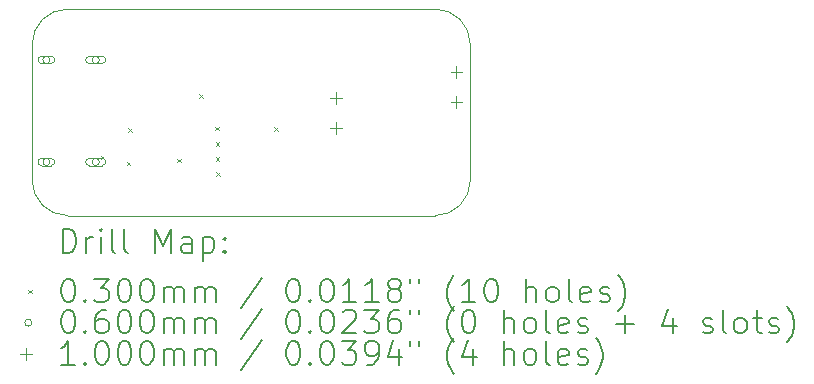
<source format=gbr>
%TF.GenerationSoftware,KiCad,Pcbnew,8.0.4*%
%TF.CreationDate,2024-08-19T19:21:15-07:00*%
%TF.ProjectId,LED flashlight,4c454420-666c-4617-9368-6c696768742e,rev?*%
%TF.SameCoordinates,Original*%
%TF.FileFunction,Drillmap*%
%TF.FilePolarity,Positive*%
%FSLAX45Y45*%
G04 Gerber Fmt 4.5, Leading zero omitted, Abs format (unit mm)*
G04 Created by KiCad (PCBNEW 8.0.4) date 2024-08-19 19:21:15*
%MOMM*%
%LPD*%
G01*
G04 APERTURE LIST*
%ADD10C,0.050000*%
%ADD11C,0.200000*%
%ADD12C,0.100000*%
G04 APERTURE END LIST*
D10*
X12378000Y-9740000D02*
X12378000Y-8591000D01*
X15789000Y-8291000D02*
G75*
G02*
X16089000Y-8591000I0J-300000D01*
G01*
X12678000Y-8291000D02*
X15789000Y-8291000D01*
X12678000Y-10040000D02*
G75*
G02*
X12378000Y-9740000I0J300000D01*
G01*
X12378000Y-8591000D02*
G75*
G02*
X12678000Y-8291000I300000J0D01*
G01*
X16089000Y-9740000D02*
G75*
G02*
X15789000Y-10040000I-300000J0D01*
G01*
X15789000Y-10040000D02*
X12678000Y-10040000D01*
X16089000Y-8591000D02*
X16089000Y-9740000D01*
D11*
D12*
X12957500Y-9532000D02*
X12987500Y-9562000D01*
X12987500Y-9532000D02*
X12957500Y-9562000D01*
X13179750Y-9584000D02*
X13209750Y-9614000D01*
X13209750Y-9584000D02*
X13179750Y-9614000D01*
X13193500Y-9300000D02*
X13223500Y-9330000D01*
X13223500Y-9300000D02*
X13193500Y-9330000D01*
X13607000Y-9558000D02*
X13637000Y-9588000D01*
X13637000Y-9558000D02*
X13607000Y-9588000D01*
X13793000Y-9013000D02*
X13823000Y-9043000D01*
X13823000Y-9013000D02*
X13793000Y-9043000D01*
X13928000Y-9288000D02*
X13958000Y-9318000D01*
X13958000Y-9288000D02*
X13928000Y-9318000D01*
X13931000Y-9420000D02*
X13961000Y-9450000D01*
X13961000Y-9420000D02*
X13931000Y-9450000D01*
X13931000Y-9547000D02*
X13961000Y-9577000D01*
X13961000Y-9547000D02*
X13931000Y-9577000D01*
X13937000Y-9671000D02*
X13967000Y-9701000D01*
X13967000Y-9671000D02*
X13937000Y-9701000D01*
X14426000Y-9293000D02*
X14456000Y-9323000D01*
X14456000Y-9293000D02*
X14426000Y-9323000D01*
X12528722Y-8721901D02*
G75*
G02*
X12468722Y-8721901I-30000J0D01*
G01*
X12468722Y-8721901D02*
G75*
G02*
X12528722Y-8721901I30000J0D01*
G01*
X12538722Y-8691901D02*
X12458722Y-8691901D01*
X12458722Y-8751901D02*
G75*
G02*
X12458722Y-8691901I0J30000D01*
G01*
X12458722Y-8751901D02*
X12538722Y-8751901D01*
X12538722Y-8751901D02*
G75*
G03*
X12538722Y-8691901I0J30000D01*
G01*
X12528722Y-9585901D02*
G75*
G02*
X12468722Y-9585901I-30000J0D01*
G01*
X12468722Y-9585901D02*
G75*
G02*
X12528722Y-9585901I30000J0D01*
G01*
X12538722Y-9555901D02*
X12458722Y-9555901D01*
X12458722Y-9615901D02*
G75*
G02*
X12458722Y-9555901I0J30000D01*
G01*
X12458722Y-9615901D02*
X12538722Y-9615901D01*
X12538722Y-9615901D02*
G75*
G03*
X12538722Y-9555901I0J30000D01*
G01*
X12946722Y-8721901D02*
G75*
G02*
X12886722Y-8721901I-30000J0D01*
G01*
X12886722Y-8721901D02*
G75*
G02*
X12946722Y-8721901I30000J0D01*
G01*
X12971722Y-8691901D02*
X12861722Y-8691901D01*
X12861722Y-8751901D02*
G75*
G02*
X12861722Y-8691901I0J30000D01*
G01*
X12861722Y-8751901D02*
X12971722Y-8751901D01*
X12971722Y-8751901D02*
G75*
G03*
X12971722Y-8691901I0J30000D01*
G01*
X12946722Y-9585901D02*
G75*
G02*
X12886722Y-9585901I-30000J0D01*
G01*
X12886722Y-9585901D02*
G75*
G02*
X12946722Y-9585901I30000J0D01*
G01*
X12971722Y-9555901D02*
X12861722Y-9555901D01*
X12861722Y-9615901D02*
G75*
G02*
X12861722Y-9555901I0J30000D01*
G01*
X12861722Y-9615901D02*
X12971722Y-9615901D01*
X12971722Y-9615901D02*
G75*
G03*
X12971722Y-9555901I0J30000D01*
G01*
X14952000Y-8992500D02*
X14952000Y-9092500D01*
X14902000Y-9042500D02*
X15002000Y-9042500D01*
X14952000Y-9246500D02*
X14952000Y-9346500D01*
X14902000Y-9296500D02*
X15002000Y-9296500D01*
X15970661Y-8776271D02*
X15970661Y-8876271D01*
X15920661Y-8826271D02*
X16020661Y-8826271D01*
X15970661Y-9030271D02*
X15970661Y-9130271D01*
X15920661Y-9080271D02*
X16020661Y-9080271D01*
D11*
X12636277Y-10353984D02*
X12636277Y-10153984D01*
X12636277Y-10153984D02*
X12683896Y-10153984D01*
X12683896Y-10153984D02*
X12712467Y-10163508D01*
X12712467Y-10163508D02*
X12731515Y-10182555D01*
X12731515Y-10182555D02*
X12741039Y-10201603D01*
X12741039Y-10201603D02*
X12750562Y-10239698D01*
X12750562Y-10239698D02*
X12750562Y-10268270D01*
X12750562Y-10268270D02*
X12741039Y-10306365D01*
X12741039Y-10306365D02*
X12731515Y-10325412D01*
X12731515Y-10325412D02*
X12712467Y-10344460D01*
X12712467Y-10344460D02*
X12683896Y-10353984D01*
X12683896Y-10353984D02*
X12636277Y-10353984D01*
X12836277Y-10353984D02*
X12836277Y-10220650D01*
X12836277Y-10258746D02*
X12845801Y-10239698D01*
X12845801Y-10239698D02*
X12855324Y-10230174D01*
X12855324Y-10230174D02*
X12874372Y-10220650D01*
X12874372Y-10220650D02*
X12893420Y-10220650D01*
X12960086Y-10353984D02*
X12960086Y-10220650D01*
X12960086Y-10153984D02*
X12950562Y-10163508D01*
X12950562Y-10163508D02*
X12960086Y-10173031D01*
X12960086Y-10173031D02*
X12969610Y-10163508D01*
X12969610Y-10163508D02*
X12960086Y-10153984D01*
X12960086Y-10153984D02*
X12960086Y-10173031D01*
X13083896Y-10353984D02*
X13064848Y-10344460D01*
X13064848Y-10344460D02*
X13055324Y-10325412D01*
X13055324Y-10325412D02*
X13055324Y-10153984D01*
X13188658Y-10353984D02*
X13169610Y-10344460D01*
X13169610Y-10344460D02*
X13160086Y-10325412D01*
X13160086Y-10325412D02*
X13160086Y-10153984D01*
X13417229Y-10353984D02*
X13417229Y-10153984D01*
X13417229Y-10153984D02*
X13483896Y-10296841D01*
X13483896Y-10296841D02*
X13550562Y-10153984D01*
X13550562Y-10153984D02*
X13550562Y-10353984D01*
X13731515Y-10353984D02*
X13731515Y-10249222D01*
X13731515Y-10249222D02*
X13721991Y-10230174D01*
X13721991Y-10230174D02*
X13702943Y-10220650D01*
X13702943Y-10220650D02*
X13664848Y-10220650D01*
X13664848Y-10220650D02*
X13645801Y-10230174D01*
X13731515Y-10344460D02*
X13712467Y-10353984D01*
X13712467Y-10353984D02*
X13664848Y-10353984D01*
X13664848Y-10353984D02*
X13645801Y-10344460D01*
X13645801Y-10344460D02*
X13636277Y-10325412D01*
X13636277Y-10325412D02*
X13636277Y-10306365D01*
X13636277Y-10306365D02*
X13645801Y-10287317D01*
X13645801Y-10287317D02*
X13664848Y-10277793D01*
X13664848Y-10277793D02*
X13712467Y-10277793D01*
X13712467Y-10277793D02*
X13731515Y-10268270D01*
X13826753Y-10220650D02*
X13826753Y-10420650D01*
X13826753Y-10230174D02*
X13845801Y-10220650D01*
X13845801Y-10220650D02*
X13883896Y-10220650D01*
X13883896Y-10220650D02*
X13902943Y-10230174D01*
X13902943Y-10230174D02*
X13912467Y-10239698D01*
X13912467Y-10239698D02*
X13921991Y-10258746D01*
X13921991Y-10258746D02*
X13921991Y-10315889D01*
X13921991Y-10315889D02*
X13912467Y-10334936D01*
X13912467Y-10334936D02*
X13902943Y-10344460D01*
X13902943Y-10344460D02*
X13883896Y-10353984D01*
X13883896Y-10353984D02*
X13845801Y-10353984D01*
X13845801Y-10353984D02*
X13826753Y-10344460D01*
X14007705Y-10334936D02*
X14017229Y-10344460D01*
X14017229Y-10344460D02*
X14007705Y-10353984D01*
X14007705Y-10353984D02*
X13998182Y-10344460D01*
X13998182Y-10344460D02*
X14007705Y-10334936D01*
X14007705Y-10334936D02*
X14007705Y-10353984D01*
X14007705Y-10230174D02*
X14017229Y-10239698D01*
X14017229Y-10239698D02*
X14007705Y-10249222D01*
X14007705Y-10249222D02*
X13998182Y-10239698D01*
X13998182Y-10239698D02*
X14007705Y-10230174D01*
X14007705Y-10230174D02*
X14007705Y-10249222D01*
D12*
X12345500Y-10667500D02*
X12375500Y-10697500D01*
X12375500Y-10667500D02*
X12345500Y-10697500D01*
D11*
X12674372Y-10573984D02*
X12693420Y-10573984D01*
X12693420Y-10573984D02*
X12712467Y-10583508D01*
X12712467Y-10583508D02*
X12721991Y-10593031D01*
X12721991Y-10593031D02*
X12731515Y-10612079D01*
X12731515Y-10612079D02*
X12741039Y-10650174D01*
X12741039Y-10650174D02*
X12741039Y-10697793D01*
X12741039Y-10697793D02*
X12731515Y-10735889D01*
X12731515Y-10735889D02*
X12721991Y-10754936D01*
X12721991Y-10754936D02*
X12712467Y-10764460D01*
X12712467Y-10764460D02*
X12693420Y-10773984D01*
X12693420Y-10773984D02*
X12674372Y-10773984D01*
X12674372Y-10773984D02*
X12655324Y-10764460D01*
X12655324Y-10764460D02*
X12645801Y-10754936D01*
X12645801Y-10754936D02*
X12636277Y-10735889D01*
X12636277Y-10735889D02*
X12626753Y-10697793D01*
X12626753Y-10697793D02*
X12626753Y-10650174D01*
X12626753Y-10650174D02*
X12636277Y-10612079D01*
X12636277Y-10612079D02*
X12645801Y-10593031D01*
X12645801Y-10593031D02*
X12655324Y-10583508D01*
X12655324Y-10583508D02*
X12674372Y-10573984D01*
X12826753Y-10754936D02*
X12836277Y-10764460D01*
X12836277Y-10764460D02*
X12826753Y-10773984D01*
X12826753Y-10773984D02*
X12817229Y-10764460D01*
X12817229Y-10764460D02*
X12826753Y-10754936D01*
X12826753Y-10754936D02*
X12826753Y-10773984D01*
X12902943Y-10573984D02*
X13026753Y-10573984D01*
X13026753Y-10573984D02*
X12960086Y-10650174D01*
X12960086Y-10650174D02*
X12988658Y-10650174D01*
X12988658Y-10650174D02*
X13007705Y-10659698D01*
X13007705Y-10659698D02*
X13017229Y-10669222D01*
X13017229Y-10669222D02*
X13026753Y-10688270D01*
X13026753Y-10688270D02*
X13026753Y-10735889D01*
X13026753Y-10735889D02*
X13017229Y-10754936D01*
X13017229Y-10754936D02*
X13007705Y-10764460D01*
X13007705Y-10764460D02*
X12988658Y-10773984D01*
X12988658Y-10773984D02*
X12931515Y-10773984D01*
X12931515Y-10773984D02*
X12912467Y-10764460D01*
X12912467Y-10764460D02*
X12902943Y-10754936D01*
X13150562Y-10573984D02*
X13169610Y-10573984D01*
X13169610Y-10573984D02*
X13188658Y-10583508D01*
X13188658Y-10583508D02*
X13198182Y-10593031D01*
X13198182Y-10593031D02*
X13207705Y-10612079D01*
X13207705Y-10612079D02*
X13217229Y-10650174D01*
X13217229Y-10650174D02*
X13217229Y-10697793D01*
X13217229Y-10697793D02*
X13207705Y-10735889D01*
X13207705Y-10735889D02*
X13198182Y-10754936D01*
X13198182Y-10754936D02*
X13188658Y-10764460D01*
X13188658Y-10764460D02*
X13169610Y-10773984D01*
X13169610Y-10773984D02*
X13150562Y-10773984D01*
X13150562Y-10773984D02*
X13131515Y-10764460D01*
X13131515Y-10764460D02*
X13121991Y-10754936D01*
X13121991Y-10754936D02*
X13112467Y-10735889D01*
X13112467Y-10735889D02*
X13102943Y-10697793D01*
X13102943Y-10697793D02*
X13102943Y-10650174D01*
X13102943Y-10650174D02*
X13112467Y-10612079D01*
X13112467Y-10612079D02*
X13121991Y-10593031D01*
X13121991Y-10593031D02*
X13131515Y-10583508D01*
X13131515Y-10583508D02*
X13150562Y-10573984D01*
X13341039Y-10573984D02*
X13360086Y-10573984D01*
X13360086Y-10573984D02*
X13379134Y-10583508D01*
X13379134Y-10583508D02*
X13388658Y-10593031D01*
X13388658Y-10593031D02*
X13398182Y-10612079D01*
X13398182Y-10612079D02*
X13407705Y-10650174D01*
X13407705Y-10650174D02*
X13407705Y-10697793D01*
X13407705Y-10697793D02*
X13398182Y-10735889D01*
X13398182Y-10735889D02*
X13388658Y-10754936D01*
X13388658Y-10754936D02*
X13379134Y-10764460D01*
X13379134Y-10764460D02*
X13360086Y-10773984D01*
X13360086Y-10773984D02*
X13341039Y-10773984D01*
X13341039Y-10773984D02*
X13321991Y-10764460D01*
X13321991Y-10764460D02*
X13312467Y-10754936D01*
X13312467Y-10754936D02*
X13302943Y-10735889D01*
X13302943Y-10735889D02*
X13293420Y-10697793D01*
X13293420Y-10697793D02*
X13293420Y-10650174D01*
X13293420Y-10650174D02*
X13302943Y-10612079D01*
X13302943Y-10612079D02*
X13312467Y-10593031D01*
X13312467Y-10593031D02*
X13321991Y-10583508D01*
X13321991Y-10583508D02*
X13341039Y-10573984D01*
X13493420Y-10773984D02*
X13493420Y-10640650D01*
X13493420Y-10659698D02*
X13502943Y-10650174D01*
X13502943Y-10650174D02*
X13521991Y-10640650D01*
X13521991Y-10640650D02*
X13550563Y-10640650D01*
X13550563Y-10640650D02*
X13569610Y-10650174D01*
X13569610Y-10650174D02*
X13579134Y-10669222D01*
X13579134Y-10669222D02*
X13579134Y-10773984D01*
X13579134Y-10669222D02*
X13588658Y-10650174D01*
X13588658Y-10650174D02*
X13607705Y-10640650D01*
X13607705Y-10640650D02*
X13636277Y-10640650D01*
X13636277Y-10640650D02*
X13655324Y-10650174D01*
X13655324Y-10650174D02*
X13664848Y-10669222D01*
X13664848Y-10669222D02*
X13664848Y-10773984D01*
X13760086Y-10773984D02*
X13760086Y-10640650D01*
X13760086Y-10659698D02*
X13769610Y-10650174D01*
X13769610Y-10650174D02*
X13788658Y-10640650D01*
X13788658Y-10640650D02*
X13817229Y-10640650D01*
X13817229Y-10640650D02*
X13836277Y-10650174D01*
X13836277Y-10650174D02*
X13845801Y-10669222D01*
X13845801Y-10669222D02*
X13845801Y-10773984D01*
X13845801Y-10669222D02*
X13855324Y-10650174D01*
X13855324Y-10650174D02*
X13874372Y-10640650D01*
X13874372Y-10640650D02*
X13902943Y-10640650D01*
X13902943Y-10640650D02*
X13921991Y-10650174D01*
X13921991Y-10650174D02*
X13931515Y-10669222D01*
X13931515Y-10669222D02*
X13931515Y-10773984D01*
X14321991Y-10564460D02*
X14150563Y-10821603D01*
X14579134Y-10573984D02*
X14598182Y-10573984D01*
X14598182Y-10573984D02*
X14617229Y-10583508D01*
X14617229Y-10583508D02*
X14626753Y-10593031D01*
X14626753Y-10593031D02*
X14636277Y-10612079D01*
X14636277Y-10612079D02*
X14645801Y-10650174D01*
X14645801Y-10650174D02*
X14645801Y-10697793D01*
X14645801Y-10697793D02*
X14636277Y-10735889D01*
X14636277Y-10735889D02*
X14626753Y-10754936D01*
X14626753Y-10754936D02*
X14617229Y-10764460D01*
X14617229Y-10764460D02*
X14598182Y-10773984D01*
X14598182Y-10773984D02*
X14579134Y-10773984D01*
X14579134Y-10773984D02*
X14560086Y-10764460D01*
X14560086Y-10764460D02*
X14550563Y-10754936D01*
X14550563Y-10754936D02*
X14541039Y-10735889D01*
X14541039Y-10735889D02*
X14531515Y-10697793D01*
X14531515Y-10697793D02*
X14531515Y-10650174D01*
X14531515Y-10650174D02*
X14541039Y-10612079D01*
X14541039Y-10612079D02*
X14550563Y-10593031D01*
X14550563Y-10593031D02*
X14560086Y-10583508D01*
X14560086Y-10583508D02*
X14579134Y-10573984D01*
X14731515Y-10754936D02*
X14741039Y-10764460D01*
X14741039Y-10764460D02*
X14731515Y-10773984D01*
X14731515Y-10773984D02*
X14721991Y-10764460D01*
X14721991Y-10764460D02*
X14731515Y-10754936D01*
X14731515Y-10754936D02*
X14731515Y-10773984D01*
X14864848Y-10573984D02*
X14883896Y-10573984D01*
X14883896Y-10573984D02*
X14902944Y-10583508D01*
X14902944Y-10583508D02*
X14912467Y-10593031D01*
X14912467Y-10593031D02*
X14921991Y-10612079D01*
X14921991Y-10612079D02*
X14931515Y-10650174D01*
X14931515Y-10650174D02*
X14931515Y-10697793D01*
X14931515Y-10697793D02*
X14921991Y-10735889D01*
X14921991Y-10735889D02*
X14912467Y-10754936D01*
X14912467Y-10754936D02*
X14902944Y-10764460D01*
X14902944Y-10764460D02*
X14883896Y-10773984D01*
X14883896Y-10773984D02*
X14864848Y-10773984D01*
X14864848Y-10773984D02*
X14845801Y-10764460D01*
X14845801Y-10764460D02*
X14836277Y-10754936D01*
X14836277Y-10754936D02*
X14826753Y-10735889D01*
X14826753Y-10735889D02*
X14817229Y-10697793D01*
X14817229Y-10697793D02*
X14817229Y-10650174D01*
X14817229Y-10650174D02*
X14826753Y-10612079D01*
X14826753Y-10612079D02*
X14836277Y-10593031D01*
X14836277Y-10593031D02*
X14845801Y-10583508D01*
X14845801Y-10583508D02*
X14864848Y-10573984D01*
X15121991Y-10773984D02*
X15007706Y-10773984D01*
X15064848Y-10773984D02*
X15064848Y-10573984D01*
X15064848Y-10573984D02*
X15045801Y-10602555D01*
X15045801Y-10602555D02*
X15026753Y-10621603D01*
X15026753Y-10621603D02*
X15007706Y-10631127D01*
X15312467Y-10773984D02*
X15198182Y-10773984D01*
X15255325Y-10773984D02*
X15255325Y-10573984D01*
X15255325Y-10573984D02*
X15236277Y-10602555D01*
X15236277Y-10602555D02*
X15217229Y-10621603D01*
X15217229Y-10621603D02*
X15198182Y-10631127D01*
X15426753Y-10659698D02*
X15407706Y-10650174D01*
X15407706Y-10650174D02*
X15398182Y-10640650D01*
X15398182Y-10640650D02*
X15388658Y-10621603D01*
X15388658Y-10621603D02*
X15388658Y-10612079D01*
X15388658Y-10612079D02*
X15398182Y-10593031D01*
X15398182Y-10593031D02*
X15407706Y-10583508D01*
X15407706Y-10583508D02*
X15426753Y-10573984D01*
X15426753Y-10573984D02*
X15464848Y-10573984D01*
X15464848Y-10573984D02*
X15483896Y-10583508D01*
X15483896Y-10583508D02*
X15493420Y-10593031D01*
X15493420Y-10593031D02*
X15502944Y-10612079D01*
X15502944Y-10612079D02*
X15502944Y-10621603D01*
X15502944Y-10621603D02*
X15493420Y-10640650D01*
X15493420Y-10640650D02*
X15483896Y-10650174D01*
X15483896Y-10650174D02*
X15464848Y-10659698D01*
X15464848Y-10659698D02*
X15426753Y-10659698D01*
X15426753Y-10659698D02*
X15407706Y-10669222D01*
X15407706Y-10669222D02*
X15398182Y-10678746D01*
X15398182Y-10678746D02*
X15388658Y-10697793D01*
X15388658Y-10697793D02*
X15388658Y-10735889D01*
X15388658Y-10735889D02*
X15398182Y-10754936D01*
X15398182Y-10754936D02*
X15407706Y-10764460D01*
X15407706Y-10764460D02*
X15426753Y-10773984D01*
X15426753Y-10773984D02*
X15464848Y-10773984D01*
X15464848Y-10773984D02*
X15483896Y-10764460D01*
X15483896Y-10764460D02*
X15493420Y-10754936D01*
X15493420Y-10754936D02*
X15502944Y-10735889D01*
X15502944Y-10735889D02*
X15502944Y-10697793D01*
X15502944Y-10697793D02*
X15493420Y-10678746D01*
X15493420Y-10678746D02*
X15483896Y-10669222D01*
X15483896Y-10669222D02*
X15464848Y-10659698D01*
X15579134Y-10573984D02*
X15579134Y-10612079D01*
X15655325Y-10573984D02*
X15655325Y-10612079D01*
X15950563Y-10850174D02*
X15941039Y-10840650D01*
X15941039Y-10840650D02*
X15921991Y-10812079D01*
X15921991Y-10812079D02*
X15912468Y-10793031D01*
X15912468Y-10793031D02*
X15902944Y-10764460D01*
X15902944Y-10764460D02*
X15893420Y-10716841D01*
X15893420Y-10716841D02*
X15893420Y-10678746D01*
X15893420Y-10678746D02*
X15902944Y-10631127D01*
X15902944Y-10631127D02*
X15912468Y-10602555D01*
X15912468Y-10602555D02*
X15921991Y-10583508D01*
X15921991Y-10583508D02*
X15941039Y-10554936D01*
X15941039Y-10554936D02*
X15950563Y-10545412D01*
X16131515Y-10773984D02*
X16017229Y-10773984D01*
X16074372Y-10773984D02*
X16074372Y-10573984D01*
X16074372Y-10573984D02*
X16055325Y-10602555D01*
X16055325Y-10602555D02*
X16036277Y-10621603D01*
X16036277Y-10621603D02*
X16017229Y-10631127D01*
X16255325Y-10573984D02*
X16274372Y-10573984D01*
X16274372Y-10573984D02*
X16293420Y-10583508D01*
X16293420Y-10583508D02*
X16302944Y-10593031D01*
X16302944Y-10593031D02*
X16312468Y-10612079D01*
X16312468Y-10612079D02*
X16321991Y-10650174D01*
X16321991Y-10650174D02*
X16321991Y-10697793D01*
X16321991Y-10697793D02*
X16312468Y-10735889D01*
X16312468Y-10735889D02*
X16302944Y-10754936D01*
X16302944Y-10754936D02*
X16293420Y-10764460D01*
X16293420Y-10764460D02*
X16274372Y-10773984D01*
X16274372Y-10773984D02*
X16255325Y-10773984D01*
X16255325Y-10773984D02*
X16236277Y-10764460D01*
X16236277Y-10764460D02*
X16226753Y-10754936D01*
X16226753Y-10754936D02*
X16217229Y-10735889D01*
X16217229Y-10735889D02*
X16207706Y-10697793D01*
X16207706Y-10697793D02*
X16207706Y-10650174D01*
X16207706Y-10650174D02*
X16217229Y-10612079D01*
X16217229Y-10612079D02*
X16226753Y-10593031D01*
X16226753Y-10593031D02*
X16236277Y-10583508D01*
X16236277Y-10583508D02*
X16255325Y-10573984D01*
X16560087Y-10773984D02*
X16560087Y-10573984D01*
X16645801Y-10773984D02*
X16645801Y-10669222D01*
X16645801Y-10669222D02*
X16636277Y-10650174D01*
X16636277Y-10650174D02*
X16617230Y-10640650D01*
X16617230Y-10640650D02*
X16588658Y-10640650D01*
X16588658Y-10640650D02*
X16569610Y-10650174D01*
X16569610Y-10650174D02*
X16560087Y-10659698D01*
X16769610Y-10773984D02*
X16750563Y-10764460D01*
X16750563Y-10764460D02*
X16741039Y-10754936D01*
X16741039Y-10754936D02*
X16731515Y-10735889D01*
X16731515Y-10735889D02*
X16731515Y-10678746D01*
X16731515Y-10678746D02*
X16741039Y-10659698D01*
X16741039Y-10659698D02*
X16750563Y-10650174D01*
X16750563Y-10650174D02*
X16769610Y-10640650D01*
X16769610Y-10640650D02*
X16798182Y-10640650D01*
X16798182Y-10640650D02*
X16817230Y-10650174D01*
X16817230Y-10650174D02*
X16826753Y-10659698D01*
X16826753Y-10659698D02*
X16836277Y-10678746D01*
X16836277Y-10678746D02*
X16836277Y-10735889D01*
X16836277Y-10735889D02*
X16826753Y-10754936D01*
X16826753Y-10754936D02*
X16817230Y-10764460D01*
X16817230Y-10764460D02*
X16798182Y-10773984D01*
X16798182Y-10773984D02*
X16769610Y-10773984D01*
X16950563Y-10773984D02*
X16931515Y-10764460D01*
X16931515Y-10764460D02*
X16921992Y-10745412D01*
X16921992Y-10745412D02*
X16921992Y-10573984D01*
X17102944Y-10764460D02*
X17083896Y-10773984D01*
X17083896Y-10773984D02*
X17045801Y-10773984D01*
X17045801Y-10773984D02*
X17026753Y-10764460D01*
X17026753Y-10764460D02*
X17017230Y-10745412D01*
X17017230Y-10745412D02*
X17017230Y-10669222D01*
X17017230Y-10669222D02*
X17026753Y-10650174D01*
X17026753Y-10650174D02*
X17045801Y-10640650D01*
X17045801Y-10640650D02*
X17083896Y-10640650D01*
X17083896Y-10640650D02*
X17102944Y-10650174D01*
X17102944Y-10650174D02*
X17112468Y-10669222D01*
X17112468Y-10669222D02*
X17112468Y-10688270D01*
X17112468Y-10688270D02*
X17017230Y-10707317D01*
X17188658Y-10764460D02*
X17207706Y-10773984D01*
X17207706Y-10773984D02*
X17245801Y-10773984D01*
X17245801Y-10773984D02*
X17264849Y-10764460D01*
X17264849Y-10764460D02*
X17274373Y-10745412D01*
X17274373Y-10745412D02*
X17274373Y-10735889D01*
X17274373Y-10735889D02*
X17264849Y-10716841D01*
X17264849Y-10716841D02*
X17245801Y-10707317D01*
X17245801Y-10707317D02*
X17217230Y-10707317D01*
X17217230Y-10707317D02*
X17198182Y-10697793D01*
X17198182Y-10697793D02*
X17188658Y-10678746D01*
X17188658Y-10678746D02*
X17188658Y-10669222D01*
X17188658Y-10669222D02*
X17198182Y-10650174D01*
X17198182Y-10650174D02*
X17217230Y-10640650D01*
X17217230Y-10640650D02*
X17245801Y-10640650D01*
X17245801Y-10640650D02*
X17264849Y-10650174D01*
X17341039Y-10850174D02*
X17350563Y-10840650D01*
X17350563Y-10840650D02*
X17369611Y-10812079D01*
X17369611Y-10812079D02*
X17379134Y-10793031D01*
X17379134Y-10793031D02*
X17388658Y-10764460D01*
X17388658Y-10764460D02*
X17398182Y-10716841D01*
X17398182Y-10716841D02*
X17398182Y-10678746D01*
X17398182Y-10678746D02*
X17388658Y-10631127D01*
X17388658Y-10631127D02*
X17379134Y-10602555D01*
X17379134Y-10602555D02*
X17369611Y-10583508D01*
X17369611Y-10583508D02*
X17350563Y-10554936D01*
X17350563Y-10554936D02*
X17341039Y-10545412D01*
D12*
X12375500Y-10946500D02*
G75*
G02*
X12315500Y-10946500I-30000J0D01*
G01*
X12315500Y-10946500D02*
G75*
G02*
X12375500Y-10946500I30000J0D01*
G01*
D11*
X12674372Y-10837984D02*
X12693420Y-10837984D01*
X12693420Y-10837984D02*
X12712467Y-10847508D01*
X12712467Y-10847508D02*
X12721991Y-10857031D01*
X12721991Y-10857031D02*
X12731515Y-10876079D01*
X12731515Y-10876079D02*
X12741039Y-10914174D01*
X12741039Y-10914174D02*
X12741039Y-10961793D01*
X12741039Y-10961793D02*
X12731515Y-10999889D01*
X12731515Y-10999889D02*
X12721991Y-11018936D01*
X12721991Y-11018936D02*
X12712467Y-11028460D01*
X12712467Y-11028460D02*
X12693420Y-11037984D01*
X12693420Y-11037984D02*
X12674372Y-11037984D01*
X12674372Y-11037984D02*
X12655324Y-11028460D01*
X12655324Y-11028460D02*
X12645801Y-11018936D01*
X12645801Y-11018936D02*
X12636277Y-10999889D01*
X12636277Y-10999889D02*
X12626753Y-10961793D01*
X12626753Y-10961793D02*
X12626753Y-10914174D01*
X12626753Y-10914174D02*
X12636277Y-10876079D01*
X12636277Y-10876079D02*
X12645801Y-10857031D01*
X12645801Y-10857031D02*
X12655324Y-10847508D01*
X12655324Y-10847508D02*
X12674372Y-10837984D01*
X12826753Y-11018936D02*
X12836277Y-11028460D01*
X12836277Y-11028460D02*
X12826753Y-11037984D01*
X12826753Y-11037984D02*
X12817229Y-11028460D01*
X12817229Y-11028460D02*
X12826753Y-11018936D01*
X12826753Y-11018936D02*
X12826753Y-11037984D01*
X13007705Y-10837984D02*
X12969610Y-10837984D01*
X12969610Y-10837984D02*
X12950562Y-10847508D01*
X12950562Y-10847508D02*
X12941039Y-10857031D01*
X12941039Y-10857031D02*
X12921991Y-10885603D01*
X12921991Y-10885603D02*
X12912467Y-10923698D01*
X12912467Y-10923698D02*
X12912467Y-10999889D01*
X12912467Y-10999889D02*
X12921991Y-11018936D01*
X12921991Y-11018936D02*
X12931515Y-11028460D01*
X12931515Y-11028460D02*
X12950562Y-11037984D01*
X12950562Y-11037984D02*
X12988658Y-11037984D01*
X12988658Y-11037984D02*
X13007705Y-11028460D01*
X13007705Y-11028460D02*
X13017229Y-11018936D01*
X13017229Y-11018936D02*
X13026753Y-10999889D01*
X13026753Y-10999889D02*
X13026753Y-10952270D01*
X13026753Y-10952270D02*
X13017229Y-10933222D01*
X13017229Y-10933222D02*
X13007705Y-10923698D01*
X13007705Y-10923698D02*
X12988658Y-10914174D01*
X12988658Y-10914174D02*
X12950562Y-10914174D01*
X12950562Y-10914174D02*
X12931515Y-10923698D01*
X12931515Y-10923698D02*
X12921991Y-10933222D01*
X12921991Y-10933222D02*
X12912467Y-10952270D01*
X13150562Y-10837984D02*
X13169610Y-10837984D01*
X13169610Y-10837984D02*
X13188658Y-10847508D01*
X13188658Y-10847508D02*
X13198182Y-10857031D01*
X13198182Y-10857031D02*
X13207705Y-10876079D01*
X13207705Y-10876079D02*
X13217229Y-10914174D01*
X13217229Y-10914174D02*
X13217229Y-10961793D01*
X13217229Y-10961793D02*
X13207705Y-10999889D01*
X13207705Y-10999889D02*
X13198182Y-11018936D01*
X13198182Y-11018936D02*
X13188658Y-11028460D01*
X13188658Y-11028460D02*
X13169610Y-11037984D01*
X13169610Y-11037984D02*
X13150562Y-11037984D01*
X13150562Y-11037984D02*
X13131515Y-11028460D01*
X13131515Y-11028460D02*
X13121991Y-11018936D01*
X13121991Y-11018936D02*
X13112467Y-10999889D01*
X13112467Y-10999889D02*
X13102943Y-10961793D01*
X13102943Y-10961793D02*
X13102943Y-10914174D01*
X13102943Y-10914174D02*
X13112467Y-10876079D01*
X13112467Y-10876079D02*
X13121991Y-10857031D01*
X13121991Y-10857031D02*
X13131515Y-10847508D01*
X13131515Y-10847508D02*
X13150562Y-10837984D01*
X13341039Y-10837984D02*
X13360086Y-10837984D01*
X13360086Y-10837984D02*
X13379134Y-10847508D01*
X13379134Y-10847508D02*
X13388658Y-10857031D01*
X13388658Y-10857031D02*
X13398182Y-10876079D01*
X13398182Y-10876079D02*
X13407705Y-10914174D01*
X13407705Y-10914174D02*
X13407705Y-10961793D01*
X13407705Y-10961793D02*
X13398182Y-10999889D01*
X13398182Y-10999889D02*
X13388658Y-11018936D01*
X13388658Y-11018936D02*
X13379134Y-11028460D01*
X13379134Y-11028460D02*
X13360086Y-11037984D01*
X13360086Y-11037984D02*
X13341039Y-11037984D01*
X13341039Y-11037984D02*
X13321991Y-11028460D01*
X13321991Y-11028460D02*
X13312467Y-11018936D01*
X13312467Y-11018936D02*
X13302943Y-10999889D01*
X13302943Y-10999889D02*
X13293420Y-10961793D01*
X13293420Y-10961793D02*
X13293420Y-10914174D01*
X13293420Y-10914174D02*
X13302943Y-10876079D01*
X13302943Y-10876079D02*
X13312467Y-10857031D01*
X13312467Y-10857031D02*
X13321991Y-10847508D01*
X13321991Y-10847508D02*
X13341039Y-10837984D01*
X13493420Y-11037984D02*
X13493420Y-10904650D01*
X13493420Y-10923698D02*
X13502943Y-10914174D01*
X13502943Y-10914174D02*
X13521991Y-10904650D01*
X13521991Y-10904650D02*
X13550563Y-10904650D01*
X13550563Y-10904650D02*
X13569610Y-10914174D01*
X13569610Y-10914174D02*
X13579134Y-10933222D01*
X13579134Y-10933222D02*
X13579134Y-11037984D01*
X13579134Y-10933222D02*
X13588658Y-10914174D01*
X13588658Y-10914174D02*
X13607705Y-10904650D01*
X13607705Y-10904650D02*
X13636277Y-10904650D01*
X13636277Y-10904650D02*
X13655324Y-10914174D01*
X13655324Y-10914174D02*
X13664848Y-10933222D01*
X13664848Y-10933222D02*
X13664848Y-11037984D01*
X13760086Y-11037984D02*
X13760086Y-10904650D01*
X13760086Y-10923698D02*
X13769610Y-10914174D01*
X13769610Y-10914174D02*
X13788658Y-10904650D01*
X13788658Y-10904650D02*
X13817229Y-10904650D01*
X13817229Y-10904650D02*
X13836277Y-10914174D01*
X13836277Y-10914174D02*
X13845801Y-10933222D01*
X13845801Y-10933222D02*
X13845801Y-11037984D01*
X13845801Y-10933222D02*
X13855324Y-10914174D01*
X13855324Y-10914174D02*
X13874372Y-10904650D01*
X13874372Y-10904650D02*
X13902943Y-10904650D01*
X13902943Y-10904650D02*
X13921991Y-10914174D01*
X13921991Y-10914174D02*
X13931515Y-10933222D01*
X13931515Y-10933222D02*
X13931515Y-11037984D01*
X14321991Y-10828460D02*
X14150563Y-11085603D01*
X14579134Y-10837984D02*
X14598182Y-10837984D01*
X14598182Y-10837984D02*
X14617229Y-10847508D01*
X14617229Y-10847508D02*
X14626753Y-10857031D01*
X14626753Y-10857031D02*
X14636277Y-10876079D01*
X14636277Y-10876079D02*
X14645801Y-10914174D01*
X14645801Y-10914174D02*
X14645801Y-10961793D01*
X14645801Y-10961793D02*
X14636277Y-10999889D01*
X14636277Y-10999889D02*
X14626753Y-11018936D01*
X14626753Y-11018936D02*
X14617229Y-11028460D01*
X14617229Y-11028460D02*
X14598182Y-11037984D01*
X14598182Y-11037984D02*
X14579134Y-11037984D01*
X14579134Y-11037984D02*
X14560086Y-11028460D01*
X14560086Y-11028460D02*
X14550563Y-11018936D01*
X14550563Y-11018936D02*
X14541039Y-10999889D01*
X14541039Y-10999889D02*
X14531515Y-10961793D01*
X14531515Y-10961793D02*
X14531515Y-10914174D01*
X14531515Y-10914174D02*
X14541039Y-10876079D01*
X14541039Y-10876079D02*
X14550563Y-10857031D01*
X14550563Y-10857031D02*
X14560086Y-10847508D01*
X14560086Y-10847508D02*
X14579134Y-10837984D01*
X14731515Y-11018936D02*
X14741039Y-11028460D01*
X14741039Y-11028460D02*
X14731515Y-11037984D01*
X14731515Y-11037984D02*
X14721991Y-11028460D01*
X14721991Y-11028460D02*
X14731515Y-11018936D01*
X14731515Y-11018936D02*
X14731515Y-11037984D01*
X14864848Y-10837984D02*
X14883896Y-10837984D01*
X14883896Y-10837984D02*
X14902944Y-10847508D01*
X14902944Y-10847508D02*
X14912467Y-10857031D01*
X14912467Y-10857031D02*
X14921991Y-10876079D01*
X14921991Y-10876079D02*
X14931515Y-10914174D01*
X14931515Y-10914174D02*
X14931515Y-10961793D01*
X14931515Y-10961793D02*
X14921991Y-10999889D01*
X14921991Y-10999889D02*
X14912467Y-11018936D01*
X14912467Y-11018936D02*
X14902944Y-11028460D01*
X14902944Y-11028460D02*
X14883896Y-11037984D01*
X14883896Y-11037984D02*
X14864848Y-11037984D01*
X14864848Y-11037984D02*
X14845801Y-11028460D01*
X14845801Y-11028460D02*
X14836277Y-11018936D01*
X14836277Y-11018936D02*
X14826753Y-10999889D01*
X14826753Y-10999889D02*
X14817229Y-10961793D01*
X14817229Y-10961793D02*
X14817229Y-10914174D01*
X14817229Y-10914174D02*
X14826753Y-10876079D01*
X14826753Y-10876079D02*
X14836277Y-10857031D01*
X14836277Y-10857031D02*
X14845801Y-10847508D01*
X14845801Y-10847508D02*
X14864848Y-10837984D01*
X15007706Y-10857031D02*
X15017229Y-10847508D01*
X15017229Y-10847508D02*
X15036277Y-10837984D01*
X15036277Y-10837984D02*
X15083896Y-10837984D01*
X15083896Y-10837984D02*
X15102944Y-10847508D01*
X15102944Y-10847508D02*
X15112467Y-10857031D01*
X15112467Y-10857031D02*
X15121991Y-10876079D01*
X15121991Y-10876079D02*
X15121991Y-10895127D01*
X15121991Y-10895127D02*
X15112467Y-10923698D01*
X15112467Y-10923698D02*
X14998182Y-11037984D01*
X14998182Y-11037984D02*
X15121991Y-11037984D01*
X15188658Y-10837984D02*
X15312467Y-10837984D01*
X15312467Y-10837984D02*
X15245801Y-10914174D01*
X15245801Y-10914174D02*
X15274372Y-10914174D01*
X15274372Y-10914174D02*
X15293420Y-10923698D01*
X15293420Y-10923698D02*
X15302944Y-10933222D01*
X15302944Y-10933222D02*
X15312467Y-10952270D01*
X15312467Y-10952270D02*
X15312467Y-10999889D01*
X15312467Y-10999889D02*
X15302944Y-11018936D01*
X15302944Y-11018936D02*
X15293420Y-11028460D01*
X15293420Y-11028460D02*
X15274372Y-11037984D01*
X15274372Y-11037984D02*
X15217229Y-11037984D01*
X15217229Y-11037984D02*
X15198182Y-11028460D01*
X15198182Y-11028460D02*
X15188658Y-11018936D01*
X15483896Y-10837984D02*
X15445801Y-10837984D01*
X15445801Y-10837984D02*
X15426753Y-10847508D01*
X15426753Y-10847508D02*
X15417229Y-10857031D01*
X15417229Y-10857031D02*
X15398182Y-10885603D01*
X15398182Y-10885603D02*
X15388658Y-10923698D01*
X15388658Y-10923698D02*
X15388658Y-10999889D01*
X15388658Y-10999889D02*
X15398182Y-11018936D01*
X15398182Y-11018936D02*
X15407706Y-11028460D01*
X15407706Y-11028460D02*
X15426753Y-11037984D01*
X15426753Y-11037984D02*
X15464848Y-11037984D01*
X15464848Y-11037984D02*
X15483896Y-11028460D01*
X15483896Y-11028460D02*
X15493420Y-11018936D01*
X15493420Y-11018936D02*
X15502944Y-10999889D01*
X15502944Y-10999889D02*
X15502944Y-10952270D01*
X15502944Y-10952270D02*
X15493420Y-10933222D01*
X15493420Y-10933222D02*
X15483896Y-10923698D01*
X15483896Y-10923698D02*
X15464848Y-10914174D01*
X15464848Y-10914174D02*
X15426753Y-10914174D01*
X15426753Y-10914174D02*
X15407706Y-10923698D01*
X15407706Y-10923698D02*
X15398182Y-10933222D01*
X15398182Y-10933222D02*
X15388658Y-10952270D01*
X15579134Y-10837984D02*
X15579134Y-10876079D01*
X15655325Y-10837984D02*
X15655325Y-10876079D01*
X15950563Y-11114174D02*
X15941039Y-11104650D01*
X15941039Y-11104650D02*
X15921991Y-11076079D01*
X15921991Y-11076079D02*
X15912468Y-11057031D01*
X15912468Y-11057031D02*
X15902944Y-11028460D01*
X15902944Y-11028460D02*
X15893420Y-10980841D01*
X15893420Y-10980841D02*
X15893420Y-10942746D01*
X15893420Y-10942746D02*
X15902944Y-10895127D01*
X15902944Y-10895127D02*
X15912468Y-10866555D01*
X15912468Y-10866555D02*
X15921991Y-10847508D01*
X15921991Y-10847508D02*
X15941039Y-10818936D01*
X15941039Y-10818936D02*
X15950563Y-10809412D01*
X16064848Y-10837984D02*
X16083896Y-10837984D01*
X16083896Y-10837984D02*
X16102944Y-10847508D01*
X16102944Y-10847508D02*
X16112468Y-10857031D01*
X16112468Y-10857031D02*
X16121991Y-10876079D01*
X16121991Y-10876079D02*
X16131515Y-10914174D01*
X16131515Y-10914174D02*
X16131515Y-10961793D01*
X16131515Y-10961793D02*
X16121991Y-10999889D01*
X16121991Y-10999889D02*
X16112468Y-11018936D01*
X16112468Y-11018936D02*
X16102944Y-11028460D01*
X16102944Y-11028460D02*
X16083896Y-11037984D01*
X16083896Y-11037984D02*
X16064848Y-11037984D01*
X16064848Y-11037984D02*
X16045801Y-11028460D01*
X16045801Y-11028460D02*
X16036277Y-11018936D01*
X16036277Y-11018936D02*
X16026753Y-10999889D01*
X16026753Y-10999889D02*
X16017229Y-10961793D01*
X16017229Y-10961793D02*
X16017229Y-10914174D01*
X16017229Y-10914174D02*
X16026753Y-10876079D01*
X16026753Y-10876079D02*
X16036277Y-10857031D01*
X16036277Y-10857031D02*
X16045801Y-10847508D01*
X16045801Y-10847508D02*
X16064848Y-10837984D01*
X16369610Y-11037984D02*
X16369610Y-10837984D01*
X16455325Y-11037984D02*
X16455325Y-10933222D01*
X16455325Y-10933222D02*
X16445801Y-10914174D01*
X16445801Y-10914174D02*
X16426753Y-10904650D01*
X16426753Y-10904650D02*
X16398182Y-10904650D01*
X16398182Y-10904650D02*
X16379134Y-10914174D01*
X16379134Y-10914174D02*
X16369610Y-10923698D01*
X16579134Y-11037984D02*
X16560087Y-11028460D01*
X16560087Y-11028460D02*
X16550563Y-11018936D01*
X16550563Y-11018936D02*
X16541039Y-10999889D01*
X16541039Y-10999889D02*
X16541039Y-10942746D01*
X16541039Y-10942746D02*
X16550563Y-10923698D01*
X16550563Y-10923698D02*
X16560087Y-10914174D01*
X16560087Y-10914174D02*
X16579134Y-10904650D01*
X16579134Y-10904650D02*
X16607706Y-10904650D01*
X16607706Y-10904650D02*
X16626753Y-10914174D01*
X16626753Y-10914174D02*
X16636277Y-10923698D01*
X16636277Y-10923698D02*
X16645801Y-10942746D01*
X16645801Y-10942746D02*
X16645801Y-10999889D01*
X16645801Y-10999889D02*
X16636277Y-11018936D01*
X16636277Y-11018936D02*
X16626753Y-11028460D01*
X16626753Y-11028460D02*
X16607706Y-11037984D01*
X16607706Y-11037984D02*
X16579134Y-11037984D01*
X16760087Y-11037984D02*
X16741039Y-11028460D01*
X16741039Y-11028460D02*
X16731515Y-11009412D01*
X16731515Y-11009412D02*
X16731515Y-10837984D01*
X16912468Y-11028460D02*
X16893420Y-11037984D01*
X16893420Y-11037984D02*
X16855325Y-11037984D01*
X16855325Y-11037984D02*
X16836277Y-11028460D01*
X16836277Y-11028460D02*
X16826753Y-11009412D01*
X16826753Y-11009412D02*
X16826753Y-10933222D01*
X16826753Y-10933222D02*
X16836277Y-10914174D01*
X16836277Y-10914174D02*
X16855325Y-10904650D01*
X16855325Y-10904650D02*
X16893420Y-10904650D01*
X16893420Y-10904650D02*
X16912468Y-10914174D01*
X16912468Y-10914174D02*
X16921992Y-10933222D01*
X16921992Y-10933222D02*
X16921992Y-10952270D01*
X16921992Y-10952270D02*
X16826753Y-10971317D01*
X16998182Y-11028460D02*
X17017230Y-11037984D01*
X17017230Y-11037984D02*
X17055325Y-11037984D01*
X17055325Y-11037984D02*
X17074373Y-11028460D01*
X17074373Y-11028460D02*
X17083896Y-11009412D01*
X17083896Y-11009412D02*
X17083896Y-10999889D01*
X17083896Y-10999889D02*
X17074373Y-10980841D01*
X17074373Y-10980841D02*
X17055325Y-10971317D01*
X17055325Y-10971317D02*
X17026753Y-10971317D01*
X17026753Y-10971317D02*
X17007706Y-10961793D01*
X17007706Y-10961793D02*
X16998182Y-10942746D01*
X16998182Y-10942746D02*
X16998182Y-10933222D01*
X16998182Y-10933222D02*
X17007706Y-10914174D01*
X17007706Y-10914174D02*
X17026753Y-10904650D01*
X17026753Y-10904650D02*
X17055325Y-10904650D01*
X17055325Y-10904650D02*
X17074373Y-10914174D01*
X17321992Y-10961793D02*
X17474373Y-10961793D01*
X17398182Y-11037984D02*
X17398182Y-10885603D01*
X17807706Y-10904650D02*
X17807706Y-11037984D01*
X17760087Y-10828460D02*
X17712468Y-10971317D01*
X17712468Y-10971317D02*
X17836277Y-10971317D01*
X18055325Y-11028460D02*
X18074373Y-11037984D01*
X18074373Y-11037984D02*
X18112468Y-11037984D01*
X18112468Y-11037984D02*
X18131516Y-11028460D01*
X18131516Y-11028460D02*
X18141039Y-11009412D01*
X18141039Y-11009412D02*
X18141039Y-10999889D01*
X18141039Y-10999889D02*
X18131516Y-10980841D01*
X18131516Y-10980841D02*
X18112468Y-10971317D01*
X18112468Y-10971317D02*
X18083896Y-10971317D01*
X18083896Y-10971317D02*
X18064849Y-10961793D01*
X18064849Y-10961793D02*
X18055325Y-10942746D01*
X18055325Y-10942746D02*
X18055325Y-10933222D01*
X18055325Y-10933222D02*
X18064849Y-10914174D01*
X18064849Y-10914174D02*
X18083896Y-10904650D01*
X18083896Y-10904650D02*
X18112468Y-10904650D01*
X18112468Y-10904650D02*
X18131516Y-10914174D01*
X18255325Y-11037984D02*
X18236277Y-11028460D01*
X18236277Y-11028460D02*
X18226754Y-11009412D01*
X18226754Y-11009412D02*
X18226754Y-10837984D01*
X18360087Y-11037984D02*
X18341039Y-11028460D01*
X18341039Y-11028460D02*
X18331516Y-11018936D01*
X18331516Y-11018936D02*
X18321992Y-10999889D01*
X18321992Y-10999889D02*
X18321992Y-10942746D01*
X18321992Y-10942746D02*
X18331516Y-10923698D01*
X18331516Y-10923698D02*
X18341039Y-10914174D01*
X18341039Y-10914174D02*
X18360087Y-10904650D01*
X18360087Y-10904650D02*
X18388658Y-10904650D01*
X18388658Y-10904650D02*
X18407706Y-10914174D01*
X18407706Y-10914174D02*
X18417230Y-10923698D01*
X18417230Y-10923698D02*
X18426754Y-10942746D01*
X18426754Y-10942746D02*
X18426754Y-10999889D01*
X18426754Y-10999889D02*
X18417230Y-11018936D01*
X18417230Y-11018936D02*
X18407706Y-11028460D01*
X18407706Y-11028460D02*
X18388658Y-11037984D01*
X18388658Y-11037984D02*
X18360087Y-11037984D01*
X18483897Y-10904650D02*
X18560087Y-10904650D01*
X18512468Y-10837984D02*
X18512468Y-11009412D01*
X18512468Y-11009412D02*
X18521992Y-11028460D01*
X18521992Y-11028460D02*
X18541039Y-11037984D01*
X18541039Y-11037984D02*
X18560087Y-11037984D01*
X18617230Y-11028460D02*
X18636277Y-11037984D01*
X18636277Y-11037984D02*
X18674373Y-11037984D01*
X18674373Y-11037984D02*
X18693420Y-11028460D01*
X18693420Y-11028460D02*
X18702944Y-11009412D01*
X18702944Y-11009412D02*
X18702944Y-10999889D01*
X18702944Y-10999889D02*
X18693420Y-10980841D01*
X18693420Y-10980841D02*
X18674373Y-10971317D01*
X18674373Y-10971317D02*
X18645801Y-10971317D01*
X18645801Y-10971317D02*
X18626754Y-10961793D01*
X18626754Y-10961793D02*
X18617230Y-10942746D01*
X18617230Y-10942746D02*
X18617230Y-10933222D01*
X18617230Y-10933222D02*
X18626754Y-10914174D01*
X18626754Y-10914174D02*
X18645801Y-10904650D01*
X18645801Y-10904650D02*
X18674373Y-10904650D01*
X18674373Y-10904650D02*
X18693420Y-10914174D01*
X18769611Y-11114174D02*
X18779135Y-11104650D01*
X18779135Y-11104650D02*
X18798182Y-11076079D01*
X18798182Y-11076079D02*
X18807706Y-11057031D01*
X18807706Y-11057031D02*
X18817230Y-11028460D01*
X18817230Y-11028460D02*
X18826754Y-10980841D01*
X18826754Y-10980841D02*
X18826754Y-10942746D01*
X18826754Y-10942746D02*
X18817230Y-10895127D01*
X18817230Y-10895127D02*
X18807706Y-10866555D01*
X18807706Y-10866555D02*
X18798182Y-10847508D01*
X18798182Y-10847508D02*
X18779135Y-10818936D01*
X18779135Y-10818936D02*
X18769611Y-10809412D01*
D12*
X12325500Y-11160500D02*
X12325500Y-11260500D01*
X12275500Y-11210500D02*
X12375500Y-11210500D01*
D11*
X12741039Y-11301984D02*
X12626753Y-11301984D01*
X12683896Y-11301984D02*
X12683896Y-11101984D01*
X12683896Y-11101984D02*
X12664848Y-11130555D01*
X12664848Y-11130555D02*
X12645801Y-11149603D01*
X12645801Y-11149603D02*
X12626753Y-11159127D01*
X12826753Y-11282936D02*
X12836277Y-11292460D01*
X12836277Y-11292460D02*
X12826753Y-11301984D01*
X12826753Y-11301984D02*
X12817229Y-11292460D01*
X12817229Y-11292460D02*
X12826753Y-11282936D01*
X12826753Y-11282936D02*
X12826753Y-11301984D01*
X12960086Y-11101984D02*
X12979134Y-11101984D01*
X12979134Y-11101984D02*
X12998182Y-11111508D01*
X12998182Y-11111508D02*
X13007705Y-11121031D01*
X13007705Y-11121031D02*
X13017229Y-11140079D01*
X13017229Y-11140079D02*
X13026753Y-11178174D01*
X13026753Y-11178174D02*
X13026753Y-11225793D01*
X13026753Y-11225793D02*
X13017229Y-11263888D01*
X13017229Y-11263888D02*
X13007705Y-11282936D01*
X13007705Y-11282936D02*
X12998182Y-11292460D01*
X12998182Y-11292460D02*
X12979134Y-11301984D01*
X12979134Y-11301984D02*
X12960086Y-11301984D01*
X12960086Y-11301984D02*
X12941039Y-11292460D01*
X12941039Y-11292460D02*
X12931515Y-11282936D01*
X12931515Y-11282936D02*
X12921991Y-11263888D01*
X12921991Y-11263888D02*
X12912467Y-11225793D01*
X12912467Y-11225793D02*
X12912467Y-11178174D01*
X12912467Y-11178174D02*
X12921991Y-11140079D01*
X12921991Y-11140079D02*
X12931515Y-11121031D01*
X12931515Y-11121031D02*
X12941039Y-11111508D01*
X12941039Y-11111508D02*
X12960086Y-11101984D01*
X13150562Y-11101984D02*
X13169610Y-11101984D01*
X13169610Y-11101984D02*
X13188658Y-11111508D01*
X13188658Y-11111508D02*
X13198182Y-11121031D01*
X13198182Y-11121031D02*
X13207705Y-11140079D01*
X13207705Y-11140079D02*
X13217229Y-11178174D01*
X13217229Y-11178174D02*
X13217229Y-11225793D01*
X13217229Y-11225793D02*
X13207705Y-11263888D01*
X13207705Y-11263888D02*
X13198182Y-11282936D01*
X13198182Y-11282936D02*
X13188658Y-11292460D01*
X13188658Y-11292460D02*
X13169610Y-11301984D01*
X13169610Y-11301984D02*
X13150562Y-11301984D01*
X13150562Y-11301984D02*
X13131515Y-11292460D01*
X13131515Y-11292460D02*
X13121991Y-11282936D01*
X13121991Y-11282936D02*
X13112467Y-11263888D01*
X13112467Y-11263888D02*
X13102943Y-11225793D01*
X13102943Y-11225793D02*
X13102943Y-11178174D01*
X13102943Y-11178174D02*
X13112467Y-11140079D01*
X13112467Y-11140079D02*
X13121991Y-11121031D01*
X13121991Y-11121031D02*
X13131515Y-11111508D01*
X13131515Y-11111508D02*
X13150562Y-11101984D01*
X13341039Y-11101984D02*
X13360086Y-11101984D01*
X13360086Y-11101984D02*
X13379134Y-11111508D01*
X13379134Y-11111508D02*
X13388658Y-11121031D01*
X13388658Y-11121031D02*
X13398182Y-11140079D01*
X13398182Y-11140079D02*
X13407705Y-11178174D01*
X13407705Y-11178174D02*
X13407705Y-11225793D01*
X13407705Y-11225793D02*
X13398182Y-11263888D01*
X13398182Y-11263888D02*
X13388658Y-11282936D01*
X13388658Y-11282936D02*
X13379134Y-11292460D01*
X13379134Y-11292460D02*
X13360086Y-11301984D01*
X13360086Y-11301984D02*
X13341039Y-11301984D01*
X13341039Y-11301984D02*
X13321991Y-11292460D01*
X13321991Y-11292460D02*
X13312467Y-11282936D01*
X13312467Y-11282936D02*
X13302943Y-11263888D01*
X13302943Y-11263888D02*
X13293420Y-11225793D01*
X13293420Y-11225793D02*
X13293420Y-11178174D01*
X13293420Y-11178174D02*
X13302943Y-11140079D01*
X13302943Y-11140079D02*
X13312467Y-11121031D01*
X13312467Y-11121031D02*
X13321991Y-11111508D01*
X13321991Y-11111508D02*
X13341039Y-11101984D01*
X13493420Y-11301984D02*
X13493420Y-11168650D01*
X13493420Y-11187698D02*
X13502943Y-11178174D01*
X13502943Y-11178174D02*
X13521991Y-11168650D01*
X13521991Y-11168650D02*
X13550563Y-11168650D01*
X13550563Y-11168650D02*
X13569610Y-11178174D01*
X13569610Y-11178174D02*
X13579134Y-11197222D01*
X13579134Y-11197222D02*
X13579134Y-11301984D01*
X13579134Y-11197222D02*
X13588658Y-11178174D01*
X13588658Y-11178174D02*
X13607705Y-11168650D01*
X13607705Y-11168650D02*
X13636277Y-11168650D01*
X13636277Y-11168650D02*
X13655324Y-11178174D01*
X13655324Y-11178174D02*
X13664848Y-11197222D01*
X13664848Y-11197222D02*
X13664848Y-11301984D01*
X13760086Y-11301984D02*
X13760086Y-11168650D01*
X13760086Y-11187698D02*
X13769610Y-11178174D01*
X13769610Y-11178174D02*
X13788658Y-11168650D01*
X13788658Y-11168650D02*
X13817229Y-11168650D01*
X13817229Y-11168650D02*
X13836277Y-11178174D01*
X13836277Y-11178174D02*
X13845801Y-11197222D01*
X13845801Y-11197222D02*
X13845801Y-11301984D01*
X13845801Y-11197222D02*
X13855324Y-11178174D01*
X13855324Y-11178174D02*
X13874372Y-11168650D01*
X13874372Y-11168650D02*
X13902943Y-11168650D01*
X13902943Y-11168650D02*
X13921991Y-11178174D01*
X13921991Y-11178174D02*
X13931515Y-11197222D01*
X13931515Y-11197222D02*
X13931515Y-11301984D01*
X14321991Y-11092460D02*
X14150563Y-11349603D01*
X14579134Y-11101984D02*
X14598182Y-11101984D01*
X14598182Y-11101984D02*
X14617229Y-11111508D01*
X14617229Y-11111508D02*
X14626753Y-11121031D01*
X14626753Y-11121031D02*
X14636277Y-11140079D01*
X14636277Y-11140079D02*
X14645801Y-11178174D01*
X14645801Y-11178174D02*
X14645801Y-11225793D01*
X14645801Y-11225793D02*
X14636277Y-11263888D01*
X14636277Y-11263888D02*
X14626753Y-11282936D01*
X14626753Y-11282936D02*
X14617229Y-11292460D01*
X14617229Y-11292460D02*
X14598182Y-11301984D01*
X14598182Y-11301984D02*
X14579134Y-11301984D01*
X14579134Y-11301984D02*
X14560086Y-11292460D01*
X14560086Y-11292460D02*
X14550563Y-11282936D01*
X14550563Y-11282936D02*
X14541039Y-11263888D01*
X14541039Y-11263888D02*
X14531515Y-11225793D01*
X14531515Y-11225793D02*
X14531515Y-11178174D01*
X14531515Y-11178174D02*
X14541039Y-11140079D01*
X14541039Y-11140079D02*
X14550563Y-11121031D01*
X14550563Y-11121031D02*
X14560086Y-11111508D01*
X14560086Y-11111508D02*
X14579134Y-11101984D01*
X14731515Y-11282936D02*
X14741039Y-11292460D01*
X14741039Y-11292460D02*
X14731515Y-11301984D01*
X14731515Y-11301984D02*
X14721991Y-11292460D01*
X14721991Y-11292460D02*
X14731515Y-11282936D01*
X14731515Y-11282936D02*
X14731515Y-11301984D01*
X14864848Y-11101984D02*
X14883896Y-11101984D01*
X14883896Y-11101984D02*
X14902944Y-11111508D01*
X14902944Y-11111508D02*
X14912467Y-11121031D01*
X14912467Y-11121031D02*
X14921991Y-11140079D01*
X14921991Y-11140079D02*
X14931515Y-11178174D01*
X14931515Y-11178174D02*
X14931515Y-11225793D01*
X14931515Y-11225793D02*
X14921991Y-11263888D01*
X14921991Y-11263888D02*
X14912467Y-11282936D01*
X14912467Y-11282936D02*
X14902944Y-11292460D01*
X14902944Y-11292460D02*
X14883896Y-11301984D01*
X14883896Y-11301984D02*
X14864848Y-11301984D01*
X14864848Y-11301984D02*
X14845801Y-11292460D01*
X14845801Y-11292460D02*
X14836277Y-11282936D01*
X14836277Y-11282936D02*
X14826753Y-11263888D01*
X14826753Y-11263888D02*
X14817229Y-11225793D01*
X14817229Y-11225793D02*
X14817229Y-11178174D01*
X14817229Y-11178174D02*
X14826753Y-11140079D01*
X14826753Y-11140079D02*
X14836277Y-11121031D01*
X14836277Y-11121031D02*
X14845801Y-11111508D01*
X14845801Y-11111508D02*
X14864848Y-11101984D01*
X14998182Y-11101984D02*
X15121991Y-11101984D01*
X15121991Y-11101984D02*
X15055325Y-11178174D01*
X15055325Y-11178174D02*
X15083896Y-11178174D01*
X15083896Y-11178174D02*
X15102944Y-11187698D01*
X15102944Y-11187698D02*
X15112467Y-11197222D01*
X15112467Y-11197222D02*
X15121991Y-11216269D01*
X15121991Y-11216269D02*
X15121991Y-11263888D01*
X15121991Y-11263888D02*
X15112467Y-11282936D01*
X15112467Y-11282936D02*
X15102944Y-11292460D01*
X15102944Y-11292460D02*
X15083896Y-11301984D01*
X15083896Y-11301984D02*
X15026753Y-11301984D01*
X15026753Y-11301984D02*
X15007706Y-11292460D01*
X15007706Y-11292460D02*
X14998182Y-11282936D01*
X15217229Y-11301984D02*
X15255325Y-11301984D01*
X15255325Y-11301984D02*
X15274372Y-11292460D01*
X15274372Y-11292460D02*
X15283896Y-11282936D01*
X15283896Y-11282936D02*
X15302944Y-11254365D01*
X15302944Y-11254365D02*
X15312467Y-11216269D01*
X15312467Y-11216269D02*
X15312467Y-11140079D01*
X15312467Y-11140079D02*
X15302944Y-11121031D01*
X15302944Y-11121031D02*
X15293420Y-11111508D01*
X15293420Y-11111508D02*
X15274372Y-11101984D01*
X15274372Y-11101984D02*
X15236277Y-11101984D01*
X15236277Y-11101984D02*
X15217229Y-11111508D01*
X15217229Y-11111508D02*
X15207706Y-11121031D01*
X15207706Y-11121031D02*
X15198182Y-11140079D01*
X15198182Y-11140079D02*
X15198182Y-11187698D01*
X15198182Y-11187698D02*
X15207706Y-11206746D01*
X15207706Y-11206746D02*
X15217229Y-11216269D01*
X15217229Y-11216269D02*
X15236277Y-11225793D01*
X15236277Y-11225793D02*
X15274372Y-11225793D01*
X15274372Y-11225793D02*
X15293420Y-11216269D01*
X15293420Y-11216269D02*
X15302944Y-11206746D01*
X15302944Y-11206746D02*
X15312467Y-11187698D01*
X15483896Y-11168650D02*
X15483896Y-11301984D01*
X15436277Y-11092460D02*
X15388658Y-11235317D01*
X15388658Y-11235317D02*
X15512467Y-11235317D01*
X15579134Y-11101984D02*
X15579134Y-11140079D01*
X15655325Y-11101984D02*
X15655325Y-11140079D01*
X15950563Y-11378174D02*
X15941039Y-11368650D01*
X15941039Y-11368650D02*
X15921991Y-11340079D01*
X15921991Y-11340079D02*
X15912468Y-11321031D01*
X15912468Y-11321031D02*
X15902944Y-11292460D01*
X15902944Y-11292460D02*
X15893420Y-11244841D01*
X15893420Y-11244841D02*
X15893420Y-11206746D01*
X15893420Y-11206746D02*
X15902944Y-11159127D01*
X15902944Y-11159127D02*
X15912468Y-11130555D01*
X15912468Y-11130555D02*
X15921991Y-11111508D01*
X15921991Y-11111508D02*
X15941039Y-11082936D01*
X15941039Y-11082936D02*
X15950563Y-11073412D01*
X16112468Y-11168650D02*
X16112468Y-11301984D01*
X16064848Y-11092460D02*
X16017229Y-11235317D01*
X16017229Y-11235317D02*
X16141039Y-11235317D01*
X16369610Y-11301984D02*
X16369610Y-11101984D01*
X16455325Y-11301984D02*
X16455325Y-11197222D01*
X16455325Y-11197222D02*
X16445801Y-11178174D01*
X16445801Y-11178174D02*
X16426753Y-11168650D01*
X16426753Y-11168650D02*
X16398182Y-11168650D01*
X16398182Y-11168650D02*
X16379134Y-11178174D01*
X16379134Y-11178174D02*
X16369610Y-11187698D01*
X16579134Y-11301984D02*
X16560087Y-11292460D01*
X16560087Y-11292460D02*
X16550563Y-11282936D01*
X16550563Y-11282936D02*
X16541039Y-11263888D01*
X16541039Y-11263888D02*
X16541039Y-11206746D01*
X16541039Y-11206746D02*
X16550563Y-11187698D01*
X16550563Y-11187698D02*
X16560087Y-11178174D01*
X16560087Y-11178174D02*
X16579134Y-11168650D01*
X16579134Y-11168650D02*
X16607706Y-11168650D01*
X16607706Y-11168650D02*
X16626753Y-11178174D01*
X16626753Y-11178174D02*
X16636277Y-11187698D01*
X16636277Y-11187698D02*
X16645801Y-11206746D01*
X16645801Y-11206746D02*
X16645801Y-11263888D01*
X16645801Y-11263888D02*
X16636277Y-11282936D01*
X16636277Y-11282936D02*
X16626753Y-11292460D01*
X16626753Y-11292460D02*
X16607706Y-11301984D01*
X16607706Y-11301984D02*
X16579134Y-11301984D01*
X16760087Y-11301984D02*
X16741039Y-11292460D01*
X16741039Y-11292460D02*
X16731515Y-11273412D01*
X16731515Y-11273412D02*
X16731515Y-11101984D01*
X16912468Y-11292460D02*
X16893420Y-11301984D01*
X16893420Y-11301984D02*
X16855325Y-11301984D01*
X16855325Y-11301984D02*
X16836277Y-11292460D01*
X16836277Y-11292460D02*
X16826753Y-11273412D01*
X16826753Y-11273412D02*
X16826753Y-11197222D01*
X16826753Y-11197222D02*
X16836277Y-11178174D01*
X16836277Y-11178174D02*
X16855325Y-11168650D01*
X16855325Y-11168650D02*
X16893420Y-11168650D01*
X16893420Y-11168650D02*
X16912468Y-11178174D01*
X16912468Y-11178174D02*
X16921992Y-11197222D01*
X16921992Y-11197222D02*
X16921992Y-11216269D01*
X16921992Y-11216269D02*
X16826753Y-11235317D01*
X16998182Y-11292460D02*
X17017230Y-11301984D01*
X17017230Y-11301984D02*
X17055325Y-11301984D01*
X17055325Y-11301984D02*
X17074373Y-11292460D01*
X17074373Y-11292460D02*
X17083896Y-11273412D01*
X17083896Y-11273412D02*
X17083896Y-11263888D01*
X17083896Y-11263888D02*
X17074373Y-11244841D01*
X17074373Y-11244841D02*
X17055325Y-11235317D01*
X17055325Y-11235317D02*
X17026753Y-11235317D01*
X17026753Y-11235317D02*
X17007706Y-11225793D01*
X17007706Y-11225793D02*
X16998182Y-11206746D01*
X16998182Y-11206746D02*
X16998182Y-11197222D01*
X16998182Y-11197222D02*
X17007706Y-11178174D01*
X17007706Y-11178174D02*
X17026753Y-11168650D01*
X17026753Y-11168650D02*
X17055325Y-11168650D01*
X17055325Y-11168650D02*
X17074373Y-11178174D01*
X17150563Y-11378174D02*
X17160087Y-11368650D01*
X17160087Y-11368650D02*
X17179134Y-11340079D01*
X17179134Y-11340079D02*
X17188658Y-11321031D01*
X17188658Y-11321031D02*
X17198182Y-11292460D01*
X17198182Y-11292460D02*
X17207706Y-11244841D01*
X17207706Y-11244841D02*
X17207706Y-11206746D01*
X17207706Y-11206746D02*
X17198182Y-11159127D01*
X17198182Y-11159127D02*
X17188658Y-11130555D01*
X17188658Y-11130555D02*
X17179134Y-11111508D01*
X17179134Y-11111508D02*
X17160087Y-11082936D01*
X17160087Y-11082936D02*
X17150563Y-11073412D01*
M02*

</source>
